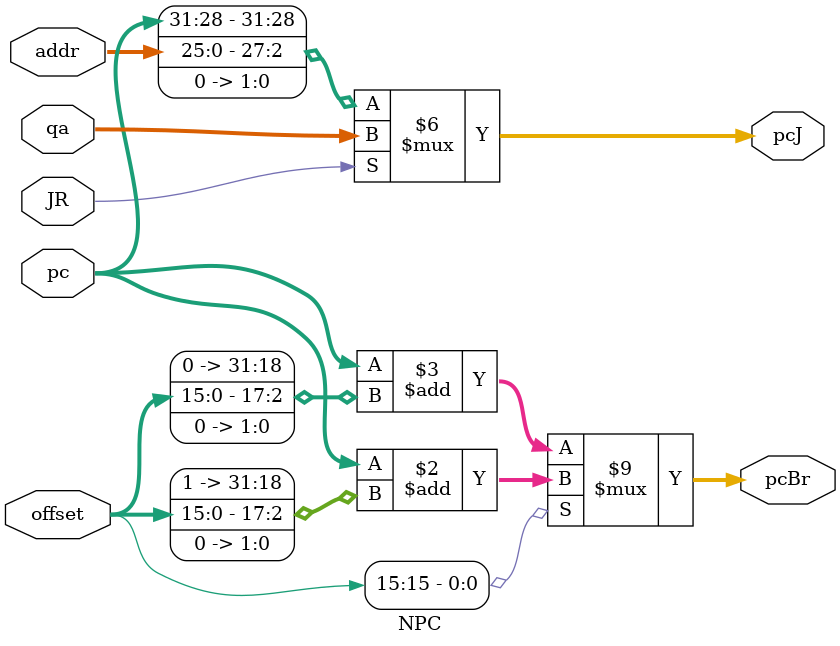
<source format=v>


module NPC(JR,qa,pc,addr,offset,pcBr,pcJ);
	//input [1:0]npccontrol;
	input [31:0]pc,qa;
	input [25:0]addr;
	input [15:0]offset;
	input JR;

	output [31:0]pcBr;
	output [31:0]pcJ;
	

	reg [31:0]pcBr;
	reg [31:0]pcJ;
always@(*)
begin
	if(offset[15])
	pcBr=pc+{{14{1'b1}},offset,2'b00};
	else
	pcBr=pc+{{14{1'b0}},offset,2'b00};
	if(!JR)
	pcJ={pc[31:28],addr,2'b00};
	else
	pcJ=qa;
end


endmodule

</source>
